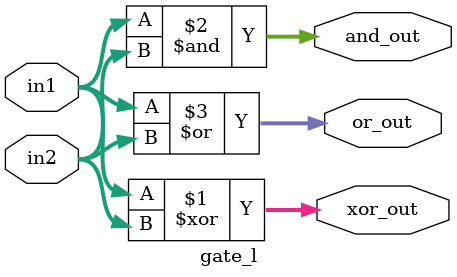
<source format=v>
`timescale 1ns / 1ps

module ALU(clk,rst,ins_dec_out,alu_in1,alu_in2,alu_in3,pc2,
        alu_out,alu_reg_w_en,alu_rd,    
        f3,d_r_en,d_w_en,d_add,
        br_ctrl,pc_out);
    
    input[31:0] ins_dec_out,alu_in1, alu_in2,pc2,alu_in3 ;       
    input clk,rst;
    
    output reg [4:0] alu_rd;
    output reg [31:0] alu_out,d_add,pc_out;
    output reg alu_reg_w_en, d_w_en, d_r_en,br_ctrl;
    output reg [2:0] f3;
    
    reg[31:0] arg1,arg2,arg3,ins,pc_in;
           
    reg [2:0] f3_w;
    reg[6:0] op,f7;    
    reg[4:0] rs1,rs2,rd;
    
    reg lr,al;
    
    wire[31:0] sum,diff,shift_out,xor_out,and_out,or_out,imm_str;
    wire[31:0] s_comp, us_comp;
    shift    shf   (lr,al,arg1,arg2,shift_out);
    adder    add12 (arg1,arg2,sum,diff);    
    compare  comp  (arg1,arg2,s_comp,us_comp);
    gate_l   g1    (arg1,arg2,xor_out,or_out,and_out);
    
    wire[31:0] sum2,diff2,shift_out2,xor_out2,and_out2,or_out2,imm_str2;
    wire[31:0] s_comp2, us_comp2;
    shift    shf2  (lr,al,arg1,arg2,shift_out2);
    adder    add13 (arg1,arg3,sum2,diff2);    
    compare  comp2 (arg1,arg3,s_comp2,us_comp2);
    gate_l   g2    (arg1,arg3,xor_out2,or_out2,and_out2);
    
    wire[31:0] pc_sum1,pc_sum2;
    PCadder pca(pc_in,arg3,pc_sum1,pc_sum2);
    
    reg[31:0] nop;
    initial begin 
        nop <= 32'h0033 ; 
    end
    
    always@(posedge clk) begin 
    if(rst==1 || br_ctrl ==1) begin   
            ins <=nop;
            pc_in=0;     
            f3<=0;
            op<=nop[6:0];
            rd<=nop[11:7];    
            rs1<=nop[19:15];
            rs2<=nop[24:20];
            f7<=nop[31:25];   
            arg1=0;arg2=0;arg3=0;       
        end 
        else begin 
            ins  <= ins_dec_out;                        
            arg1 <= alu_in1;
            arg2 <= alu_in2;
            arg3 <= alu_in3;
            pc_in <= pc2;
            f3 <=ins_dec_out[14:12];
            op <=ins_dec_out[6:0];
            rd <=ins_dec_out[11:7];    
            rs1<=ins_dec_out[19:15];
            rs2<=ins_dec_out[24:20];
            f7 <=ins_dec_out[31:25];
        end
   end
   
   always@(*)begin
       lr = f3==3'b001 ? 1'b1 : 1'b0;                                          
       al = f7==7'b0   ? 1'b0 : 1'b1;   
       
       alu_rd = rd;
       d_add = sum2;
       casez(op)
            /////////////////////integer r-r////////////////////////////
            7'b0110011:begin 
                d_r_en = 0;
                d_w_en = 0;
                br_ctrl=0;
                pc_out = 0;
                alu_reg_w_en = 1'b1;               
                case(f3)
                    3'b000:begin alu_out = (f7==7'b0)?sum:diff; end        //add,sub
                    3'b001:begin alu_out=shift_out  ;end           //sll
                    3'b010:begin alu_out=s_comp;end   //slt
                    3'b011:begin alu_out=us_comp; end //sltu
                    3'b100:begin alu_out=xor_out ;end                      //xor
                    3'b101:begin alu_out=shift_out; end                     //srl,sra 
                    3'b110:begin alu_out=or_out ;end                       //or
                    3'b111:begin alu_out=and_out ;end                      //and
                endcase
            end
            /////////////////////integer reg imm/////////////////////////
            7'b0010011: begin                
                d_r_en =0;
                d_w_en =0;
                alu_reg_w_en = 1'b1;   
                br_ctrl=0; 
                pc_out = 0;            
                casez(f3)
                    3'b000:begin alu_out = sum2; end //addi
                    3'b010:begin alu_out={31'b0,s_comp2};end   //slt
                    3'b011:begin alu_out={31'b0,us_comp2}; end //sltu
                    3'b100:begin alu_out=xor_out2; end //xori
                    3'b110:begin alu_out=or_out2; end  //ori
                    3'b111:begin alu_out=and_out2; end //andi                                    
                    ///////////////// Constant shift/////////////////
                    3'b001:begin alu_out=shift_out2;  end //sll
                    3'b101:begin alu_out=shift_out2;  end  //srl,sra
                    default:begin alu_out =sum2 ; end
                endcase
            end
            ////////////////////////////mem load////////////////////////
            7'b0000011:begin                
                d_r_en =1'b1;
                d_w_en =0;                
                alu_reg_w_en = 0;                 
                alu_out= 0;
                br_ctrl=0;
                pc_out = 0;
            end
            ///////////////////////////// mem store /////////////////////
            7'b0100011:begin                  
                d_r_en =0;
                d_w_en =1'b1;   
                alu_reg_w_en = 0; 
                br_ctrl=0; 
                pc_out = 0;                               
                casez(f3)
                    3'b000:begin 
                        alu_out = arg2[7:0];
                    end
                    3'b001:begin 
                        alu_out = arg2[15:0];
                    end
                    3'b010:begin 
                       alu_out = arg2 ;
                   end
                    default: begin
                        alu_out = arg2;
                    end 
                endcase                                  
            end
            //////////////////////////////***///////////////////////////
            7'b0110111:begin // LUI                
                d_r_en = 0;
                d_w_en = 0;   
                alu_reg_w_en = 1;  
                alu_out = arg3;
                br_ctrl=0;
            end
            7'b0010111:begin//AUIPC
                d_r_en =0;
                d_w_en =0;   
                alu_reg_w_en = 1;  
                alu_out = pc_sum1;  
                br_ctrl = 0;
                pc_out = 0;
             end
             7'b1101111:begin //JAL
                d_r_en =0;
                d_w_en =0;   
                alu_reg_w_en = 1;  
                alu_out = pc_sum2;//return address
                pc_out = pc_sum1;
                br_ctrl = 1; 
             end

             7'b100111:begin //JALR
                d_r_en =0;
                d_w_en =0;                   
                alu_reg_w_en = 1;  
                alu_out = pc_sum2;//return address
                pc_out = sum2;
                br_ctrl = 1;
             end
             
             7'b1100011:begin
                pc_out = pc_sum1;
                d_r_en =0;
                d_w_en =0;                   
                alu_reg_w_en = 0; 
                alu_out=0;
                case(f3)
                    3'b000:begin
                        br_ctrl = arg1 == arg2 ? 1: 0;
                    end
                    3'b001:begin
                        br_ctrl = $signed(arg1) != $signed(arg2)? 1: 0; 
                    end
                    3'b100:begin
                        br_ctrl = $signed(arg1) < $signed(arg2)? 1: 0;
                    end
                    3'b101:begin
                        br_ctrl = $signed(arg1) >= $signed(arg2)? 1: 0;
                    end
                    3'b110:begin
                        br_ctrl = arg1 < arg2 ? 1: 0 ;  
                    end
                    3'b111:begin
                        br_ctrl = arg1 >= alu_in2 ? 1: 0;  
                    end
                    default:begin
                        br_ctrl = 0;
                    end
                endcase
            end
                         
            default:begin                  
                d_r_en = 0;
                d_w_en = 0;                   
                alu_reg_w_en = 0;
                alu_out=0;
            end                    
        endcase
       
    end
       
endmodule


////////////////////////////////////////////////////////////////
module adder(arg1,arg2,sum,diff);
    input[31:0] arg1,arg2;
    output[31:0] sum,diff;
    assign sum  = $signed(($signed(arg1) + $signed(arg2)));
    assign diff = $signed(($signed(arg1) - $signed(arg2)));
endmodule 

module PCadder(PC,arg,sum1,sum2);
    input[31:0] PC,arg;
    output[31:0] sum1,sum2;
    assign sum1  = $signed(($signed(PC) + $signed(arg)));
    assign sum2 = $signed(($signed(PC) + 4));
endmodule

module shift(lr,al,arg1,arg2,shift_out);
    input lr,al;
    input[31:0] arg1,arg2;
    output[31:0] shift_out;
    wire[31:0] sll,srl,sra;
    assign sll = arg1 << arg2[4:0];
    assign srl = arg1 >> arg2[4:0];
    assign sra = $signed(arg1)>>>arg2[4:0];
    assign shift_out = (lr == 1'b1 ? sll : (al == 1'b0 ? srl : sra ) );
endmodule

module compare(arg1,arg2,s_comp,us_comp);
    input[31:0] arg1,arg2;
    output[31:0] s_comp, us_comp;    
    assign s_comp = ($signed(arg1) < $signed(arg2)) ? 1 : 0;
    wire[31:0] a1,a2;
    assign a1=($signed(arg1) < 0) ? -$signed(arg1) : arg1;
    assign a2=($signed(arg2) < 0) ? -$signed(arg2) : arg2;
    assign us_comp = a1 < a2 ? 1 : 0;
endmodule

module gate_l(in1,in2,xor_out,or_out,and_out);
    input[31:0] in1,in2;
    output[31:0] xor_out,or_out,and_out;
    assign xor_out = in1 ^ in2;
    assign and_out = in1 & in2;
    assign or_out = in1 | in2;
endmodule




</source>
